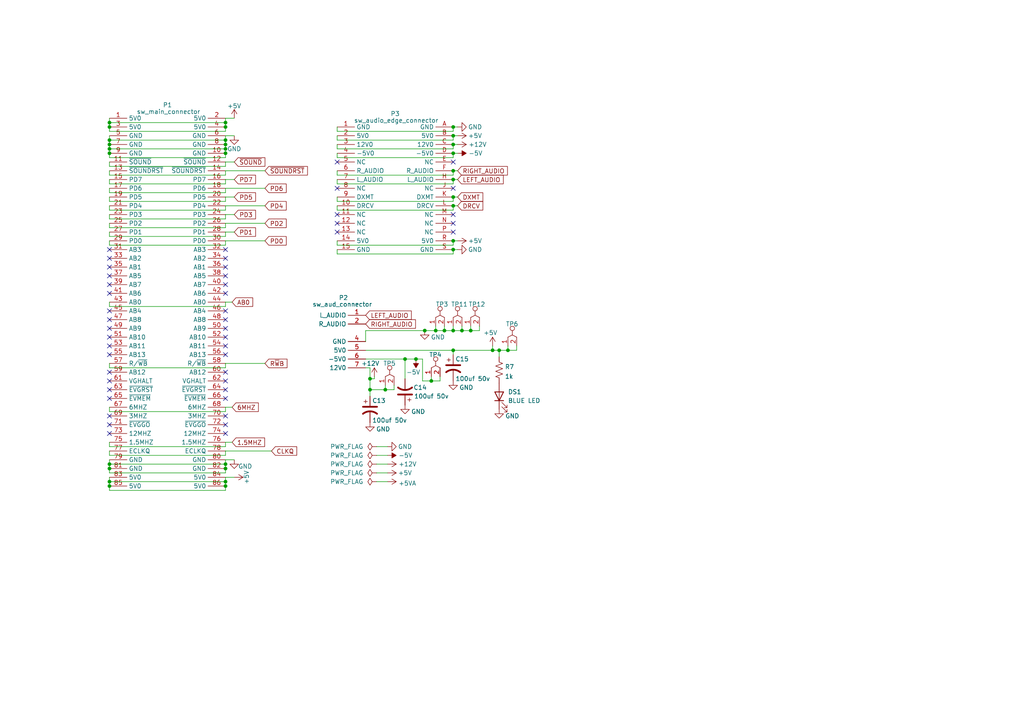
<source format=kicad_sch>
(kicad_sch (version 20211123) (generator eeschema)
  (paper "A4")
  (lib_symbols
    (symbol "Device:C_Polarized_US" (pin_numbers hide) (pin_names (offset 0.254) hide)
      (property "Reference" "C" (at 0.635 2.54 0))
      (property "Value" "C_Polarized_US" (at 0.635 -2.54 0))
      (symbol "C_Polarized_US_0_1"
        (polyline (pts (xy -2.032 0.762) (xy 2.032 0.762)) (stroke (width 0.508)))
        (polyline (pts (xy -1.778 2.286) (xy -0.762 2.286)))
        (polyline (pts (xy -1.27 1.778) (xy -1.27 2.794)))
        (arc (start 2.032 -1.27) (mid 0 -0.5572) (end -2.032 -1.27) (stroke (width 0.508)))
      )
      (symbol "C_Polarized_US_1_1"
        (pin passive line (at 0 3.81 270) (length 2.794) (name "~") (number "1"))
        (pin passive line (at 0 -3.81 90) (length 3.302) (name "~") (number "2"))
      )
    )
    (symbol "Device:LED" (pin_numbers hide) (pin_names (offset 1.016) hide)
      (property "Reference" "D" (at 0 2.54 0))
      (property "Value" "LED" (at 0 -2.54 0))
      (symbol "LED_0_1"
        (polyline (pts (xy -1.27 -1.27) (xy -1.27 1.27)) (stroke (width 0.254)))
        (polyline (pts (xy -1.27 0) (xy 1.27 0)))
        (polyline (pts (xy 1.27 -1.27) (xy 1.27 1.27) (xy -1.27 0) (xy 1.27 -1.27)) (stroke (width 0.254)))
        (polyline (pts (xy -3.048 -0.762) (xy -4.572 -2.286) (xy -3.81 -2.286) (xy -4.572 -2.286) (xy -4.572 -1.524)))
        (polyline (pts (xy -1.778 -0.762) (xy -3.302 -2.286) (xy -2.54 -2.286) (xy -3.302 -2.286) (xy -3.302 -1.524)))
      )
      (symbol "LED_1_1"
        (pin passive line (at -3.81 0 0) (length 2.54) (name "K") (number "1"))
        (pin passive line (at 3.81 0 180) (length 2.54) (name "A") (number "2"))
      )
    )
    (symbol "Device:R_US" (pin_numbers hide) (pin_names (offset 0))
      (property "Reference" "R" (at 2.54 0 90))
      (property "Value" "R_US" (at -2.54 0 90))
      (symbol "R_US_0_1"
        (polyline (pts (xy 0 -2.286) (xy 0 -2.54)))
        (polyline (pts (xy 0 2.286) (xy 0 2.54)))
        (polyline (pts (xy 0 -0.762) (xy 1.016 -1.143) (xy 0 -1.524) (xy -1.016 -1.905) (xy 0 -2.286)))
        (polyline (pts (xy 0 0.762) (xy 1.016 0.381) (xy 0 0) (xy -1.016 -0.381) (xy 0 -0.762)))
        (polyline (pts (xy 0 2.286) (xy 1.016 1.905) (xy 0 1.524) (xy -1.016 1.143) (xy 0 0.762)))
      )
      (symbol "R_US_1_1"
        (pin passive line (at 0 3.81 270) (length 1.27) (name "~") (number "1"))
        (pin passive line (at 0 -3.81 90) (length 1.27) (name "~") (number "2"))
      )
    )
    (symbol "atari:sw_aud_connector"
      (property "Reference" "P" (at 0 14.605 0))
      (property "Value" "sw_aud_connector" (at -1.905 11.43 0))
      (symbol "sw_aud_connector_1_1"
        (pin bidirectional line (at -2.54 7.62 0) (length 5.08) (name "L_AUDIO") (number "1"))
        (pin bidirectional line (at -2.54 5.08 0) (length 5.08) (name "R_AUDIO") (number "2"))
        (pin power_in line (at -2.54 0 0) (length 5.08) (name "GND") (number "4"))
        (pin power_in line (at -2.54 -2.54 0) (length 5.08) (name "5V0") (number "5"))
        (pin power_in line (at -2.54 -5.08 0) (length 5.08) (name "-5V0") (number "6"))
        (pin power_in line (at -2.54 -7.62 0) (length 5.08) (name "12V0") (number "7"))
      )
    )
    (symbol "atari:sw_audio_edge_connector"
      (property "Reference" "P" (at 0 22.86 0))
      (property "Value" "sw_audio_edge_connector" (at -0.635 19.685 0))
      (symbol "sw_audio_edge_connector_1_1"
        (pin power_in line (at -17.145 16.51 0) (length 5.08) (name "GND") (number "1"))
        (pin bidirectional line (at -17.145 -6.35 0) (length 5.08) (name "DRCV") (number "10"))
        (pin bidirectional line (at -17.145 -8.89 0) (length 5.08) (name "NC") (number "11"))
        (pin bidirectional line (at -17.145 -11.43 0) (length 5.08) (name "NC") (number "12"))
        (pin bidirectional line (at -17.145 -13.97 0) (length 5.08) (name "NC") (number "13"))
        (pin power_in line (at -17.145 -16.51 0) (length 5.08) (name "5V0") (number "14"))
        (pin power_in line (at -17.145 -19.05 0) (length 5.08) (name "GND") (number "15"))
        (pin power_in line (at -17.145 13.97 0) (length 5.08) (name "5V0") (number "2"))
        (pin power_in line (at -17.145 11.43 0) (length 5.08) (name "12V0") (number "3"))
        (pin power_in line (at -17.145 8.89 0) (length 5.08) (name "-5V0") (number "4"))
        (pin bidirectional line (at -17.145 6.35 0) (length 5.08) (name "NC") (number "5"))
        (pin bidirectional line (at -17.145 3.81 0) (length 5.08) (name "R_AUDIO") (number "6"))
        (pin bidirectional line (at -17.145 1.27 0) (length 5.08) (name "L_AUDIO") (number "7"))
        (pin bidirectional line (at -17.145 -1.27 0) (length 5.08) (name "NC") (number "8"))
        (pin bidirectional line (at -17.145 -3.81 0) (length 5.08) (name "DXMT") (number "9"))
        (pin power_in line (at 16.51 16.51 180) (length 5.08) (name "GND") (number "A"))
        (pin power_in line (at 16.51 13.97 180) (length 5.08) (name "5V0") (number "B"))
        (pin power_in line (at 16.51 11.43 180) (length 5.08) (name "12V0") (number "C"))
        (pin power_in line (at 16.51 8.89 180) (length 5.08) (name "-5V0") (number "D"))
        (pin bidirectional line (at 16.51 6.35 180) (length 5.08) (name "NC") (number "E"))
        (pin bidirectional line (at 16.51 3.81 180) (length 5.08) (name "R_AUDIO") (number "F"))
        (pin bidirectional line (at 16.51 1.27 180) (length 5.08) (name "L_AUDIO") (number "H"))
        (pin bidirectional line (at 16.51 -1.27 180) (length 5.08) (name "NC") (number "J"))
        (pin bidirectional line (at 16.51 -3.81 180) (length 5.08) (name "DXMT") (number "K"))
        (pin bidirectional line (at 16.51 -6.35 180) (length 5.08) (name "DRCV") (number "L"))
        (pin bidirectional line (at 16.51 -8.89 180) (length 5.08) (name "NC") (number "M"))
        (pin bidirectional line (at 16.51 -11.43 180) (length 5.08) (name "NC") (number "N"))
        (pin bidirectional line (at 16.51 -13.97 180) (length 5.08) (name "NC") (number "P"))
        (pin power_in line (at 16.51 -16.51 180) (length 5.08) (name "5V0") (number "R"))
        (pin power_in line (at 16.51 -19.05 180) (length 5.08) (name "GND") (number "S"))
      )
    )
    (symbol "atari:sw_main_connector"
      (property "Reference" "P" (at 0 56.515 0))
      (property "Value" "sw_main_connector" (at 0 54.61 0))
      (symbol "sw_main_connector_1_1"
        (pin power_in line (at -16.51 52.07 0) (length 5.08) (name "5V0") (number "1"))
        (pin power_in line (at 17.145 41.91 180) (length 5.08) (name "GND") (number "10"))
        (pin bidirectional line (at -16.51 39.37 0) (length 5.08) (name "~{SOUND}") (number "11"))
        (pin bidirectional line (at 17.145 39.37 180) (length 5.08) (name "~{SOUND}") (number "12"))
        (pin bidirectional line (at -16.51 36.83 0) (length 5.08) (name "~{SOUNDRST}") (number "13"))
        (pin bidirectional line (at 17.145 36.83 180) (length 5.08) (name "~{SOUNDRST}") (number "14"))
        (pin bidirectional line (at -16.51 34.29 0) (length 5.08) (name "PD7") (number "15"))
        (pin bidirectional line (at 17.145 34.29 180) (length 5.08) (name "PD7") (number "16"))
        (pin bidirectional line (at -16.51 31.75 0) (length 5.08) (name "PD6") (number "17"))
        (pin bidirectional line (at 17.145 31.75 180) (length 5.08) (name "PD6") (number "18"))
        (pin bidirectional line (at -16.51 29.21 0) (length 5.08) (name "PD5") (number "19"))
        (pin power_in line (at 17.145 52.07 180) (length 5.08) (name "5V0") (number "2"))
        (pin bidirectional line (at 17.145 29.21 180) (length 5.08) (name "PD5") (number "20"))
        (pin bidirectional line (at -16.51 26.67 0) (length 5.08) (name "PD4") (number "21"))
        (pin bidirectional line (at 17.145 26.67 180) (length 5.08) (name "PD4") (number "22"))
        (pin bidirectional line (at -16.51 24.13 0) (length 5.08) (name "PD3") (number "23"))
        (pin bidirectional line (at 17.145 24.13 180) (length 5.08) (name "PD3") (number "24"))
        (pin bidirectional line (at -16.51 21.59 0) (length 5.08) (name "PD2") (number "25"))
        (pin bidirectional line (at 17.145 21.59 180) (length 5.08) (name "PD2") (number "26"))
        (pin bidirectional line (at -16.51 19.05 0) (length 5.08) (name "PD1") (number "27"))
        (pin bidirectional line (at 17.145 19.05 180) (length 5.08) (name "PD1") (number "28"))
        (pin bidirectional line (at -16.51 16.51 0) (length 5.08) (name "PD0") (number "29"))
        (pin power_in line (at -16.51 49.53 0) (length 5.08) (name "5V0") (number "3"))
        (pin bidirectional line (at 17.145 16.51 180) (length 5.08) (name "PD0") (number "30"))
        (pin bidirectional line (at -16.51 13.97 0) (length 5.08) (name "AB3") (number "31"))
        (pin bidirectional line (at 17.145 13.97 180) (length 5.08) (name "AB3") (number "32"))
        (pin bidirectional line (at -16.51 11.43 0) (length 5.08) (name "AB2") (number "33"))
        (pin bidirectional line (at 17.145 11.43 180) (length 5.08) (name "AB2") (number "34"))
        (pin bidirectional line (at -16.51 8.89 0) (length 5.08) (name "AB1") (number "35"))
        (pin bidirectional line (at 17.145 8.89 180) (length 5.08) (name "AB1") (number "36"))
        (pin bidirectional line (at -16.51 6.35 0) (length 5.08) (name "AB5") (number "37"))
        (pin bidirectional line (at 17.145 6.35 180) (length 5.08) (name "AB5") (number "38"))
        (pin bidirectional line (at -16.51 3.81 0) (length 5.08) (name "AB7") (number "39"))
        (pin power_in line (at 17.145 49.53 180) (length 5.08) (name "5V0") (number "4"))
        (pin bidirectional line (at 17.145 3.81 180) (length 5.08) (name "AB7") (number "40"))
        (pin bidirectional line (at -16.51 1.27 0) (length 5.08) (name "AB6") (number "41"))
        (pin bidirectional line (at 17.145 1.27 180) (length 5.08) (name "AB6") (number "42"))
        (pin bidirectional line (at -16.51 -1.27 0) (length 5.08) (name "AB0") (number "43"))
        (pin bidirectional line (at 17.145 -1.27 180) (length 5.08) (name "AB0") (number "44"))
        (pin bidirectional line (at -16.51 -3.81 0) (length 5.08) (name "AB4") (number "45"))
        (pin bidirectional line (at 17.145 -3.81 180) (length 5.08) (name "AB4") (number "46"))
        (pin bidirectional line (at -16.51 -6.35 0) (length 5.08) (name "AB8") (number "47"))
        (pin bidirectional line (at 17.145 -6.35 180) (length 5.08) (name "AB8") (number "48"))
        (pin bidirectional line (at -16.51 -8.89 0) (length 5.08) (name "AB9") (number "49"))
        (pin power_in line (at -16.51 46.99 0) (length 5.08) (name "GND") (number "5"))
        (pin bidirectional line (at 17.145 -8.89 180) (length 5.08) (name "AB9") (number "50"))
        (pin bidirectional line (at -16.51 -11.43 0) (length 5.08) (name "AB10") (number "51"))
        (pin bidirectional line (at 17.145 -11.43 180) (length 5.08) (name "AB10") (number "52"))
        (pin bidirectional line (at -16.51 -13.97 0) (length 5.08) (name "AB11") (number "53"))
        (pin bidirectional line (at 17.145 -13.97 180) (length 5.08) (name "AB11") (number "54"))
        (pin bidirectional line (at -16.51 -16.51 0) (length 5.08) (name "AB13") (number "55"))
        (pin bidirectional line (at 17.145 -16.51 180) (length 5.08) (name "AB13") (number "56"))
        (pin bidirectional line (at -16.51 -19.05 0) (length 5.08) (name "R/~{WB}") (number "57"))
        (pin bidirectional line (at 17.145 -19.05 180) (length 5.08) (name "R/~{WB}") (number "58"))
        (pin bidirectional line (at -16.51 -21.59 0) (length 5.08) (name "AB12") (number "59"))
        (pin power_in line (at 17.145 46.99 180) (length 5.08) (name "GND") (number "6"))
        (pin bidirectional line (at 17.145 -21.59 180) (length 5.08) (name "AB12") (number "60"))
        (pin bidirectional line (at -16.51 -24.13 0) (length 5.08) (name "VGHALT") (number "61"))
        (pin bidirectional line (at 17.145 -24.13 180) (length 5.08) (name "VGHALT") (number "62"))
        (pin bidirectional line (at -16.51 -26.67 0) (length 5.08) (name "~{EVGRST}") (number "63"))
        (pin bidirectional line (at 17.145 -26.67 180) (length 5.08) (name "~{EVGRST}") (number "64"))
        (pin bidirectional line (at -16.51 -29.21 0) (length 5.08) (name "~{EVMEM}") (number "65"))
        (pin bidirectional line (at 17.145 -29.21 180) (length 5.08) (name "~{EVMEM}") (number "66"))
        (pin bidirectional line (at -16.51 -31.75 0) (length 5.08) (name "6MHZ") (number "67"))
        (pin bidirectional line (at 17.145 -31.75 180) (length 5.08) (name "6MHZ") (number "68"))
        (pin bidirectional line (at -16.51 -34.29 0) (length 5.08) (name "3MHZ") (number "69"))
        (pin power_in line (at -16.51 44.45 0) (length 5.08) (name "GND") (number "7"))
        (pin bidirectional line (at 17.145 -34.29 180) (length 5.08) (name "3MHZ") (number "70"))
        (pin bidirectional line (at -16.51 -36.83 0) (length 5.08) (name "~{EVGGO}") (number "71"))
        (pin bidirectional line (at 17.145 -36.83 180) (length 5.08) (name "~{EVGGO}") (number "72"))
        (pin bidirectional line (at -16.51 -39.37 0) (length 5.08) (name "12MHZ") (number "73"))
        (pin bidirectional line (at 17.145 -39.37 180) (length 5.08) (name "12MHZ") (number "74"))
        (pin bidirectional line (at -16.51 -41.91 0) (length 5.08) (name "1.5MHZ") (number "75"))
        (pin bidirectional line (at 17.145 -41.91 180) (length 5.08) (name "1.5MHZ") (number "76"))
        (pin bidirectional line (at -16.51 -44.45 0) (length 5.08) (name "ECLKQ") (number "77"))
        (pin bidirectional line (at 17.145 -44.45 180) (length 5.08) (name "ECLKQ") (number "78"))
        (pin power_in line (at -16.51 -46.99 0) (length 5.08) (name "GND") (number "79"))
        (pin power_in line (at 17.145 44.45 180) (length 5.08) (name "GND") (number "8"))
        (pin power_in line (at 17.145 -46.99 180) (length 5.08) (name "GND") (number "80"))
        (pin power_in line (at -16.51 -49.53 0) (length 5.08) (name "GND") (number "81"))
        (pin power_in line (at 17.145 -49.53 180) (length 5.08) (name "GND") (number "82"))
        (pin power_in line (at -16.51 -52.07 0) (length 5.08) (name "5V0") (number "83"))
        (pin power_in line (at 17.145 -52.07 180) (length 5.08) (name "5V0") (number "84"))
        (pin power_in line (at -16.51 -54.61 0) (length 5.08) (name "5V0") (number "85"))
        (pin power_in line (at 17.145 -54.61 180) (length 5.08) (name "5V0") (number "86"))
        (pin power_in line (at -16.51 41.91 0) (length 5.08) (name "GND") (number "9"))
      )
    )
    (symbol "atari:tp_2_pin"
      (property "Reference" "TP" (at 0 7.62 0))
      (property "Value" "tp_2_pin" (at 0 5.715 0))
      (symbol "tp_2_pin_0_1"
        (polyline (pts (xy 0 1.905) (xy -1.27 1.27)) (stroke (width 0.1524)))
        (polyline (pts (xy 0 3.175) (xy 0 1.905) (xy 1.27 1.27)) (stroke (width 0.1524)))
        (circle (center 0 3.81) (radius 0.635))
      )
      (symbol "tp_2_pin_1_1"
        (pin passive line (at -1.27 -1.27 90) (length 2.54) (name "") (number "1"))
        (pin passive line (at 1.27 -1.27 90) (length 2.54) (name "") (number "2"))
      )
    )
    (symbol "power:+12V" (power) (pin_names (offset 0))
      (property "Value" "+12V" (at 0 3.556 0))
      (symbol "+12V_0_1"
        (polyline (pts (xy -0.762 1.27) (xy 0 2.54)))
        (polyline (pts (xy 0 0) (xy 0 2.54)))
        (polyline (pts (xy 0 2.54) (xy 0.762 1.27)))
      )
      (symbol "+12V_1_1"
        (pin power_in line (at 0 0 90) (length 0) hide (name "+12V") (number "1"))
      )
    )
    (symbol "power:+5V" (power) (pin_names (offset 0))
      (property "Value" "+5V" (at 0 3.556 0))
      (symbol "+5V_0_1"
        (polyline (pts (xy -0.762 1.27) (xy 0 2.54)))
        (polyline (pts (xy 0 0) (xy 0 2.54)))
        (polyline (pts (xy 0 2.54) (xy 0.762 1.27)))
      )
      (symbol "+5V_1_1"
        (pin power_in line (at 0 0 90) (length 0) hide (name "+5V") (number "1"))
      )
    )
    (symbol "power:+5VA" (power) (pin_names (offset 0))
      (property "Value" "+5VA" (at 0 3.556 0))
      (symbol "+5VA_0_1"
        (polyline (pts (xy -0.762 1.27) (xy 0 2.54)))
        (polyline (pts (xy 0 0) (xy 0 2.54)))
        (polyline (pts (xy 0 2.54) (xy 0.762 1.27)))
      )
      (symbol "+5VA_1_1"
        (pin power_in line (at 0 0 90) (length 0) hide (name "+5VA") (number "1"))
      )
    )
    (symbol "power:-5V" (power) (pin_names (offset 0))
      (property "Value" "-5V" (at 0 3.81 0))
      (symbol "-5V_0_0"
        (pin power_in line (at 0 0 90) (length 0) hide (name "-5V") (number "1"))
      )
      (symbol "-5V_0_1"
        (polyline (pts (xy 0 0) (xy 0 1.27) (xy 0.762 1.27) (xy 0 2.54) (xy -0.762 1.27) (xy 0 1.27)) (fill (type outline)))
      )
    )
    (symbol "power:GND" (power) (pin_names (offset 0))
      (property "Value" "GND" (at 0 -3.81 0))
      (symbol "GND_0_1"
        (polyline (pts (xy 0 0) (xy 0 -1.27) (xy 1.27 -1.27) (xy 0 -2.54) (xy -1.27 -1.27) (xy 0 -1.27)))
      )
      (symbol "GND_1_1"
        (pin power_in line (at 0 0 270) (length 0) hide (name "GND") (number "1"))
      )
    )
    (symbol "power:PWR_FLAG" (power) (pin_numbers hide) (pin_names (offset 0) hide)
      (property "Value" "PWR_FLAG" (at 0 3.81 0))
      (symbol "PWR_FLAG_0_0"
        (pin power_out line (at 0 0 90) (length 0) (name "pwr") (number "1"))
      )
      (symbol "PWR_FLAG_0_1"
        (polyline (pts (xy 0 0) (xy 0 1.27) (xy -1.016 1.905) (xy 0 2.54) (xy 1.016 1.905) (xy 0 1.27)))
      )
    )
  )
  (junction (at 131.445 39.37))
  (junction (at 31.75 41.91))
  (junction (at 120.65 104.14))
  (junction (at 131.445 72.39))
  (junction (at 65.405 41.91))
  (junction (at 123.19 95.885))
  (junction (at 65.405 43.18))
  (junction (at 128.905 95.885))
  (junction (at 131.445 101.6))
  (junction (at 136.525 95.885))
  (junction (at 133.985 95.885))
  (junction (at 31.75 43.18))
  (junction (at 31.75 135.89))
  (junction (at 65.405 35.56))
  (junction (at 31.75 40.64))
  (junction (at 131.445 59.69))
  (junction (at 65.405 36.83))
  (junction (at 65.405 44.45))
  (junction (at 125.095 110.49))
  (junction (at 107.315 109.855))
  (junction (at 111.76 113.03))
  (junction (at 65.405 140.97))
  (junction (at 65.405 139.7))
  (junction (at 126.365 95.885))
  (junction (at 117.475 104.14))
  (junction (at 31.75 44.45))
  (junction (at 31.75 140.97))
  (junction (at 131.445 69.85))
  (junction (at 131.445 52.07))
  (junction (at 107.315 113.03))
  (junction (at 131.445 36.83))
  (junction (at 144.78 101.6))
  (junction (at 131.445 44.45))
  (junction (at 65.405 135.89))
  (junction (at 65.405 40.64))
  (junction (at 31.75 35.56))
  (junction (at 131.445 49.53))
  (junction (at 31.75 36.83))
  (junction (at 131.445 41.91))
  (junction (at 142.875 101.6))
  (junction (at 131.445 57.15))
  (junction (at 147.32 101.6))
  (junction (at 31.75 134.62))
  (junction (at 65.405 134.62))
  (junction (at 31.75 139.7))
  (junction (at 131.445 95.885))
  (no_connect (at 97.79 46.99))
  (no_connect (at 131.445 46.99))
  (no_connect (at 31.75 92.71))
  (no_connect (at 31.75 95.25))
  (no_connect (at 31.75 97.79))
  (no_connect (at 31.75 102.87))
  (no_connect (at 31.75 100.33))
  (no_connect (at 31.75 90.17))
  (no_connect (at 31.75 115.57))
  (no_connect (at 31.75 113.03))
  (no_connect (at 31.75 110.49))
  (no_connect (at 31.75 107.95))
  (no_connect (at 31.75 125.73))
  (no_connect (at 31.75 123.19))
  (no_connect (at 31.75 120.65))
  (no_connect (at 65.405 72.39))
  (no_connect (at 65.405 74.93))
  (no_connect (at 65.405 77.47))
  (no_connect (at 65.405 80.01))
  (no_connect (at 31.75 85.09))
  (no_connect (at 31.75 82.55))
  (no_connect (at 31.75 80.01))
  (no_connect (at 31.75 77.47))
  (no_connect (at 31.75 74.93))
  (no_connect (at 31.75 72.39))
  (no_connect (at 65.405 120.65))
  (no_connect (at 65.405 123.19))
  (no_connect (at 65.405 125.73))
  (no_connect (at 65.405 97.79))
  (no_connect (at 65.405 100.33))
  (no_connect (at 65.405 102.87))
  (no_connect (at 65.405 82.55))
  (no_connect (at 65.405 85.09))
  (no_connect (at 65.405 90.17))
  (no_connect (at 65.405 92.71))
  (no_connect (at 65.405 95.25))
  (no_connect (at 65.405 107.95))
  (no_connect (at 65.405 110.49))
  (no_connect (at 65.405 113.03))
  (no_connect (at 65.405 115.57))
  (no_connect (at 131.445 62.23))
  (no_connect (at 131.445 67.31))
  (no_connect (at 97.79 54.61))
  (no_connect (at 97.79 67.31))
  (no_connect (at 97.79 62.23))
  (no_connect (at 97.79 64.77))
  (no_connect (at 131.445 64.77))
  (no_connect (at 131.445 54.61))
  (wire (pts (xy 131.445 53.34) (xy 131.445 52.07)))
  (wire (pts (xy 97.79 73.66) (xy 131.445 73.66)))
  (wire (pts (xy 31.75 35.56) (xy 65.405 35.56)))
  (wire (pts (xy 67.945 46.99) (xy 65.405 46.99)))
  (wire (pts (xy 31.75 139.7) (xy 31.75 140.97)))
  (wire (pts (xy 31.75 138.43) (xy 31.75 139.7)))
  (wire (pts (xy 136.525 95.885) (xy 136.525 94.615)))
  (wire (pts (xy 31.75 59.69) (xy 31.75 60.96)))
  (wire (pts (xy 106.045 106.68) (xy 107.315 106.68)))
  (wire (pts (xy 31.75 54.61) (xy 31.75 55.88)))
  (wire (pts (xy 131.445 69.85) (xy 132.715 69.85)))
  (wire (pts (xy 97.79 45.72) (xy 131.445 45.72)))
  (wire (pts (xy 65.405 139.7) (xy 65.405 140.97)))
  (wire (pts (xy 31.75 55.88) (xy 65.405 55.88)))
  (wire (pts (xy 149.86 100.33) (xy 149.86 101.6)))
  (wire (pts (xy 31.75 62.23) (xy 31.75 63.5)))
  (wire (pts (xy 31.75 88.9) (xy 65.405 88.9)))
  (wire (pts (xy 31.75 35.56) (xy 31.75 36.83)))
  (wire (pts (xy 65.405 138.43) (xy 65.405 139.7)))
  (wire (pts (xy 133.985 94.615) (xy 133.985 95.885)))
  (wire (pts (xy 65.405 44.45) (xy 65.405 45.72)))
  (wire (pts (xy 120.65 104.14) (xy 122.555 104.14)))
  (wire (pts (xy 114.3 111.76) (xy 114.3 113.03)))
  (wire (pts (xy 97.79 53.34) (xy 131.445 53.34)))
  (wire (pts (xy 107.315 109.855) (xy 107.315 113.03)))
  (wire (pts (xy 65.405 49.53) (xy 76.835 49.53)))
  (wire (pts (xy 31.75 58.42) (xy 65.405 58.42)))
  (wire (pts (xy 144.78 101.6) (xy 144.78 103.505)))
  (wire (pts (xy 65.405 128.27) (xy 67.31 128.27)))
  (wire (pts (xy 117.475 104.14) (xy 120.65 104.14)))
  (wire (pts (xy 131.445 95.885) (xy 133.985 95.885)))
  (wire (pts (xy 144.78 101.6) (xy 147.32 101.6)))
  (wire (pts (xy 131.445 36.83) (xy 131.445 38.1)))
  (wire (pts (xy 31.75 135.89) (xy 31.75 137.16)))
  (wire (pts (xy 65.405 132.08) (xy 31.75 132.08)))
  (wire (pts (xy 131.445 59.69) (xy 132.715 59.69)))
  (wire (pts (xy 127.635 110.49) (xy 125.095 110.49)))
  (wire (pts (xy 131.445 58.42) (xy 131.445 57.15)))
  (wire (pts (xy 65.405 71.12) (xy 65.405 69.85)))
  (wire (pts (xy 65.405 62.23) (xy 67.945 62.23)))
  (wire (pts (xy 108.585 109.22) (xy 108.585 109.855)))
  (wire (pts (xy 65.405 68.58) (xy 65.405 67.31)))
  (wire (pts (xy 31.75 67.31) (xy 31.75 68.58)))
  (wire (pts (xy 31.75 69.85) (xy 31.75 71.12)))
  (wire (pts (xy 65.405 69.85) (xy 76.835 69.85)))
  (wire (pts (xy 109.22 129.54) (xy 112.395 129.54)))
  (wire (pts (xy 106.045 95.885) (xy 123.19 95.885)))
  (wire (pts (xy 65.405 34.29) (xy 65.405 35.56)))
  (wire (pts (xy 97.79 38.1) (xy 97.79 36.83)))
  (wire (pts (xy 97.79 71.12) (xy 97.79 69.85)))
  (wire (pts (xy 65.405 39.37) (xy 65.405 40.64)))
  (wire (pts (xy 31.75 87.63) (xy 31.75 88.9)))
  (wire (pts (xy 65.405 55.88) (xy 65.405 54.61)))
  (wire (pts (xy 65.405 134.62) (xy 65.405 135.89)))
  (wire (pts (xy 67.945 138.43) (xy 65.405 138.43)))
  (wire (pts (xy 65.405 142.24) (xy 31.75 142.24)))
  (wire (pts (xy 31.75 63.5) (xy 65.405 63.5)))
  (wire (pts (xy 65.405 36.83) (xy 65.405 38.1)))
  (wire (pts (xy 65.405 48.26) (xy 31.75 48.26)))
  (wire (pts (xy 65.405 106.68) (xy 65.405 105.41)))
  (wire (pts (xy 147.32 100.33) (xy 147.32 101.6)))
  (wire (pts (xy 97.79 59.69) (xy 97.79 60.96)))
  (wire (pts (xy 97.79 72.39) (xy 97.79 73.66)))
  (wire (pts (xy 131.445 39.37) (xy 132.715 39.37)))
  (wire (pts (xy 131.445 49.53) (xy 132.715 49.53)))
  (wire (pts (xy 31.75 119.38) (xy 65.405 119.38)))
  (wire (pts (xy 65.405 133.35) (xy 65.405 134.62)))
  (wire (pts (xy 97.79 43.18) (xy 131.445 43.18)))
  (wire (pts (xy 65.405 40.64) (xy 65.405 41.91)))
  (wire (pts (xy 31.75 43.18) (xy 31.75 44.45)))
  (wire (pts (xy 31.75 139.7) (xy 65.405 139.7)))
  (wire (pts (xy 108.585 109.855) (xy 107.315 109.855)))
  (wire (pts (xy 31.75 128.27) (xy 31.75 129.54)))
  (wire (pts (xy 31.75 106.68) (xy 65.405 106.68)))
  (wire (pts (xy 31.75 40.64) (xy 65.405 40.64)))
  (wire (pts (xy 97.79 44.45) (xy 97.79 45.72)))
  (wire (pts (xy 107.315 113.03) (xy 111.76 113.03)))
  (wire (pts (xy 65.405 60.96) (xy 65.405 59.69)))
  (wire (pts (xy 65.405 52.07) (xy 67.945 52.07)))
  (wire (pts (xy 142.875 100.33) (xy 142.875 101.6)))
  (wire (pts (xy 65.405 130.81) (xy 65.405 132.08)))
  (wire (pts (xy 97.79 41.91) (xy 97.79 43.18)))
  (wire (pts (xy 107.315 106.68) (xy 107.315 109.855)))
  (wire (pts (xy 31.75 39.37) (xy 31.75 40.64)))
  (wire (pts (xy 122.555 110.49) (xy 125.095 110.49)))
  (wire (pts (xy 65.405 53.34) (xy 65.405 52.07)))
  (wire (pts (xy 65.405 87.63) (xy 67.31 87.63)))
  (wire (pts (xy 131.445 45.72) (xy 131.445 44.45)))
  (wire (pts (xy 131.445 50.8) (xy 131.445 49.53)))
  (wire (pts (xy 97.79 40.64) (xy 131.445 40.64)))
  (wire (pts (xy 65.405 88.9) (xy 65.405 87.63)))
  (wire (pts (xy 97.79 52.07) (xy 97.79 53.34)))
  (wire (pts (xy 97.79 39.37) (xy 97.79 40.64)))
  (wire (pts (xy 131.445 43.18) (xy 131.445 41.91)))
  (wire (pts (xy 117.475 104.14) (xy 117.475 109.855)))
  (wire (pts (xy 128.905 95.885) (xy 131.445 95.885)))
  (wire (pts (xy 131.445 38.1) (xy 97.79 38.1)))
  (wire (pts (xy 97.79 60.96) (xy 131.445 60.96)))
  (wire (pts (xy 142.875 101.6) (xy 144.78 101.6)))
  (wire (pts (xy 65.405 50.8) (xy 31.75 50.8)))
  (wire (pts (xy 31.75 60.96) (xy 65.405 60.96)))
  (wire (pts (xy 31.75 66.04) (xy 65.405 66.04)))
  (wire (pts (xy 31.75 132.08) (xy 31.75 130.81)))
  (wire (pts (xy 139.065 94.615) (xy 139.065 95.885)))
  (wire (pts (xy 65.405 137.16) (xy 31.75 137.16)))
  (wire (pts (xy 147.32 101.6) (xy 149.86 101.6)))
  (wire (pts (xy 31.75 140.97) (xy 31.75 142.24)))
  (wire (pts (xy 97.79 49.53) (xy 97.79 50.8)))
  (wire (pts (xy 131.445 52.07) (xy 132.715 52.07)))
  (wire (pts (xy 67.945 34.29) (xy 65.405 34.29)))
  (wire (pts (xy 65.405 58.42) (xy 65.405 57.15)))
  (wire (pts (xy 131.445 94.615) (xy 131.445 95.885)))
  (wire (pts (xy 31.75 52.07) (xy 31.75 53.34)))
  (wire (pts (xy 31.75 36.83) (xy 31.75 38.1)))
  (wire (pts (xy 133.985 95.885) (xy 136.525 95.885)))
  (wire (pts (xy 65.405 49.53) (xy 65.405 50.8)))
  (wire (pts (xy 31.75 53.34) (xy 65.405 53.34)))
  (wire (pts (xy 131.445 60.96) (xy 131.445 59.69)))
  (wire (pts (xy 65.405 129.54) (xy 65.405 128.27)))
  (wire (pts (xy 65.405 38.1) (xy 31.75 38.1)))
  (wire (pts (xy 139.065 95.885) (xy 136.525 95.885)))
  (wire (pts (xy 67.945 133.35) (xy 65.405 133.35)))
  (wire (pts (xy 31.75 133.35) (xy 31.75 134.62)))
  (wire (pts (xy 31.75 48.26) (xy 31.75 46.99)))
  (wire (pts (xy 65.405 57.15) (xy 67.945 57.15)))
  (wire (pts (xy 65.405 66.04) (xy 65.405 64.77)))
  (wire (pts (xy 131.445 40.64) (xy 131.445 39.37)))
  (wire (pts (xy 123.19 95.885) (xy 126.365 95.885)))
  (wire (pts (xy 67.945 39.37) (xy 65.405 39.37)))
  (wire (pts (xy 31.75 41.91) (xy 31.75 43.18)))
  (wire (pts (xy 131.445 73.66) (xy 131.445 72.39)))
  (wire (pts (xy 106.045 104.14) (xy 117.475 104.14)))
  (wire (pts (xy 65.405 54.61) (xy 76.835 54.61)))
  (wire (pts (xy 131.445 57.15) (xy 132.715 57.15)))
  (wire (pts (xy 31.75 71.12) (xy 65.405 71.12)))
  (wire (pts (xy 65.405 67.31) (xy 67.945 67.31)))
  (wire (pts (xy 65.405 43.18) (xy 65.405 44.45)))
  (wire (pts (xy 127.635 109.22) (xy 127.635 110.49)))
  (wire (pts (xy 131.445 44.45) (xy 132.715 44.45)))
  (wire (pts (xy 97.79 57.15) (xy 97.79 58.42)))
  (wire (pts (xy 31.75 44.45) (xy 31.75 45.72)))
  (wire (pts (xy 65.405 135.89) (xy 65.405 137.16)))
  (wire (pts (xy 125.095 110.49) (xy 125.095 109.22)))
  (wire (pts (xy 65.405 118.11) (xy 67.31 118.11)))
  (wire (pts (xy 65.405 35.56) (xy 65.405 36.83)))
  (wire (pts (xy 126.365 95.885) (xy 128.905 95.885)))
  (wire (pts (xy 65.405 46.99) (xy 65.405 48.26)))
  (wire (pts (xy 109.22 137.16) (xy 112.395 137.16)))
  (wire (pts (xy 65.405 64.77) (xy 76.835 64.77)))
  (wire (pts (xy 31.75 105.41) (xy 31.75 106.68)))
  (wire (pts (xy 109.22 139.7) (xy 112.395 139.7)))
  (wire (pts (xy 31.75 134.62) (xy 31.75 135.89)))
  (wire (pts (xy 109.22 132.08) (xy 112.395 132.08)))
  (wire (pts (xy 65.405 105.41) (xy 76.835 105.41)))
  (wire (pts (xy 65.405 119.38) (xy 65.405 118.11)))
  (wire (pts (xy 65.405 59.69) (xy 76.835 59.69)))
  (wire (pts (xy 128.905 94.615) (xy 128.905 95.885)))
  (wire (pts (xy 97.79 58.42) (xy 131.445 58.42)))
  (wire (pts (xy 109.22 134.62) (xy 112.395 134.62)))
  (wire (pts (xy 106.045 99.06) (xy 106.045 95.885)))
  (wire (pts (xy 65.405 41.91) (xy 65.405 43.18)))
  (wire (pts (xy 131.445 71.12) (xy 97.79 71.12)))
  (wire (pts (xy 65.405 45.72) (xy 31.75 45.72)))
  (wire (pts (xy 31.75 129.54) (xy 65.405 129.54)))
  (wire (pts (xy 31.75 68.58) (xy 65.405 68.58)))
  (wire (pts (xy 65.405 43.18) (xy 31.75 43.18)))
  (wire (pts (xy 131.445 36.83) (xy 132.715 36.83)))
  (wire (pts (xy 31.75 40.64) (xy 31.75 41.91)))
  (wire (pts (xy 131.445 101.6) (xy 131.445 102.87)))
  (wire (pts (xy 65.405 63.5) (xy 65.405 62.23)))
  (wire (pts (xy 131.445 41.91) (xy 132.715 41.91)))
  (wire (pts (xy 131.445 101.6) (xy 142.875 101.6)))
  (wire (pts (xy 31.75 57.15) (xy 31.75 58.42)))
  (wire (pts (xy 131.445 69.85) (xy 131.445 71.12)))
  (wire (pts (xy 31.75 64.77) (xy 31.75 66.04)))
  (wire (pts (xy 65.405 140.97) (xy 65.405 142.24)))
  (wire (pts (xy 31.75 50.8) (xy 31.75 49.53)))
  (wire (pts (xy 111.76 113.03) (xy 111.76 111.76)))
  (wire (pts (xy 107.315 113.03) (xy 107.315 114.935)))
  (wire (pts (xy 106.045 101.6) (xy 131.445 101.6)))
  (wire (pts (xy 126.365 94.615) (xy 126.365 95.885)))
  (wire (pts (xy 31.75 134.62) (xy 65.405 134.62)))
  (wire (pts (xy 78.74 130.81) (xy 65.405 130.81)))
  (wire (pts (xy 97.79 50.8) (xy 131.445 50.8)))
  (wire (pts (xy 31.75 118.11) (xy 31.75 119.38)))
  (wire (pts (xy 114.3 113.03) (xy 111.76 113.03)))
  (wire (pts (xy 122.555 104.14) (xy 122.555 110.49)))
  (wire (pts (xy 131.445 72.39) (xy 132.715 72.39)))
  (wire (pts (xy 31.75 34.29) (xy 31.75 35.56)))
  (global_label "PD4" (shape input) (at 76.835 59.69 0) (property "Intersheet References" "${INTERSHEET_REFS}" (effects hide)))
  (global_label "AB0" (shape input) (at 67.31 87.63 0) (property "Intersheet References" "${INTERSHEET_REFS}" (effects hide)))
  (global_label "PD3" (shape input) (at 67.945 62.23 0) (property "Intersheet References" "${INTERSHEET_REFS}" (effects hide)))
  (global_label "6MHZ" (shape input) (at 67.31 118.11 0) (property "Intersheet References" "${INTERSHEET_REFS}" (effects hide)))
  (global_label "1.5MHZ" (shape input) (at 67.31 128.27 0) (property "Intersheet References" "${INTERSHEET_REFS}" (effects hide)))
  (global_label "R~{W}B" (shape input) (at 76.835 105.41 0) (property "Intersheet References" "${INTERSHEET_REFS}" (effects hide)))
  (global_label "LEFT_AUDIO" (shape input) (at 106.045 91.44 0) (property "Intersheet References" "${INTERSHEET_REFS}" (effects hide)))
  (global_label "LEFT_AUDIO" (shape input) (at 132.715 52.07 0) (property "Intersheet References" "${INTERSHEET_REFS}" (effects hide)))
  (global_label "DRCV" (shape input) (at 132.715 59.69 0) (property "Intersheet References" "${INTERSHEET_REFS}" (effects hide)))
  (global_label "RIGHT_AUDIO" (shape input) (at 106.045 93.98 0) (property "Intersheet References" "${INTERSHEET_REFS}" (effects hide)))
  (global_label "PD2" (shape input) (at 76.835 64.77 0) (property "Intersheet References" "${INTERSHEET_REFS}" (effects hide)))
  (global_label "~{SOUND}" (shape input) (at 67.945 46.99 0) (property "Intersheet References" "${INTERSHEET_REFS}" (effects hide)))
  (global_label "DXMT" (shape input) (at 132.715 57.15 0) (property "Intersheet References" "${INTERSHEET_REFS}" (effects hide)))
  (global_label "PD6" (shape input) (at 76.835 54.61 0) (property "Intersheet References" "${INTERSHEET_REFS}" (effects hide)))
  (global_label "PD0" (shape input) (at 76.835 69.85 0) (property "Intersheet References" "${INTERSHEET_REFS}" (effects hide)))
  (global_label "PD7" (shape input) (at 67.945 52.07 0) (property "Intersheet References" "${INTERSHEET_REFS}" (effects hide)))
  (global_label "PD5" (shape input) (at 67.945 57.15 0) (property "Intersheet References" "${INTERSHEET_REFS}" (effects hide)))
  (global_label "RIGHT_AUDIO" (shape input) (at 132.715 49.53 0) (property "Intersheet References" "${INTERSHEET_REFS}" (effects hide)))
  (global_label "~{SOUNDRST}" (shape input) (at 76.835 49.53 0) (property "Intersheet References" "${INTERSHEET_REFS}" (effects hide)))
  (global_label "CLKQ" (shape input) (at 78.74 130.81 0) (property "Intersheet References" "${INTERSHEET_REFS}" (effects hide)))
  (global_label "PD1" (shape input) (at 67.945 67.31 0) (property "Intersheet References" "${INTERSHEET_REFS}" (effects hide)))
  (symbol (lib_id "atari:tp_2_pin") (at 137.795 93.345 0) (unit 1)
    (property "Reference" "TP12" (at 135.89 88.265 0) (effects (justify left)))
    (property "Value" "tp_2_pin" (effects hide))
  )
  (symbol (lib_id "power:GND") (at 144.78 118.745 0) (unit 1)
    (property "Reference" "#PWR0121" (effects hide))
    (property "Value" "GND" (at 148.59 120.65 0))
  )
  (symbol (lib_id "power:+12V") (at 108.585 109.22 0) (unit 1)
    (property "Reference" "#PWR0111" (effects hide))
    (property "Value" "+12V" (at 104.775 105.41 0) (effects (justify left)))
  )
  (symbol (lib_id "power:+5V") (at 112.395 137.16 270) (unit 1)
    (property "Reference" "#PWR0117" (effects hide))
    (property "Value" "+5V" (at 117.475 137.16 90))
  )
  (symbol (lib_id "power:GND") (at 131.445 110.49 0) (unit 1)
    (property "Reference" "#PWR0122" (effects hide))
    (property "Value" "GND" (at 135.255 112.395 0))
  )
  (symbol (lib_id "power:GND") (at 67.945 39.37 0) (unit 1)
    (property "Reference" "#PWR0103" (effects hide))
    (property "Value" "GND" (at 67.945 43.18 0))
  )
  (symbol (lib_id "Device:C_Polarized_US") (at 107.315 118.745 0) (unit 1)
    (property "Reference" "C13" (at 107.95 116.205 0) (effects (justify left)))
    (property "Value" "100uf 50v" (at 107.95 121.92 0) (effects (justify left)))
  )
  (symbol (lib_id "Device:R_US") (at 144.78 107.315 0) (unit 1)
    (property "Reference" "R7" (at 146.431 106.4065 0) (effects (justify left)))
    (property "Value" "1k" (at 146.431 109.1816 0) (effects (justify left)))
  )
  (symbol (lib_id "power:GND") (at 132.715 36.83 90) (unit 1)
    (property "Reference" "#PWR0110" (effects hide))
    (property "Value" "GND" (at 137.795 36.83 90))
  )
  (symbol (lib_id "power:-5V") (at 112.395 132.08 270) (unit 1)
    (property "Reference" "#PWR0116" (effects hide))
    (property "Value" "-5V" (at 115.57 132.08 90) (effects (justify left)))
  )
  (symbol (lib_id "power:+5V") (at 132.715 39.37 270) (unit 1)
    (property "Reference" "#PWR0109" (effects hide))
    (property "Value" "+5V" (at 137.795 39.37 90))
  )
  (symbol (lib_id "atari:sw_aud_connector") (at 103.505 99.06 0) (mirror y) (unit 1)
    (property "Reference" "P2" (at 100.965 86.36 0) (effects (justify left)))
    (property "Value" "sw_aud_connector" (at 107.95 88.265 0) (effects (justify left)))
  )
  (symbol (lib_id "power:GND") (at 132.715 72.39 90) (unit 1)
    (property "Reference" "#PWR0106" (effects hide))
    (property "Value" "GND" (at 137.795 72.39 90))
  )
  (symbol (lib_id "atari:sw_audio_edge_connector") (at 114.935 53.34 0) (unit 1)
    (property "Reference" "P3" (at 114.6175 32.9905 0))
    (property "Value" "sw_audio_edge_connector" (at 114.935 34.925 0))
  )
  (symbol (lib_id "power:GND") (at 112.395 129.54 90) (unit 1)
    (property "Reference" "#PWR0118" (effects hide))
    (property "Value" "GND" (at 117.475 129.54 90))
  )
  (symbol (lib_id "Device:LED") (at 144.78 114.935 90) (unit 1)
    (property "Reference" "DS1" (at 147.32 113.665 90) (effects (justify right)))
    (property "Value" "BLUE LED" (at 147.32 116.205 90) (effects (justify right)))
  )
  (symbol (lib_id "power:GND") (at 67.945 133.35 0) (unit 1)
    (property "Reference" "#PWR0102" (effects hide))
    (property "Value" "GND" (at 71.12 135.255 0))
  )
  (symbol (lib_id "atari:tp_2_pin") (at 126.365 107.95 0) (unit 1)
    (property "Reference" "TP4" (at 124.46 102.87 0) (effects (justify left)))
    (property "Value" "tp_2_pin" (effects hide))
  )
  (symbol (lib_id "atari:tp_2_pin") (at 132.715 93.345 0) (unit 1)
    (property "Reference" "TP11" (at 130.81 88.265 0) (effects (justify left)))
    (property "Value" "tp_2_pin" (effects hide))
  )
  (symbol (lib_id "power:+5V") (at 132.715 69.85 270) (unit 1)
    (property "Reference" "#PWR0105" (effects hide))
    (property "Value" "+5V" (at 137.795 69.85 90))
  )
  (symbol (lib_id "power:+5VA") (at 112.395 139.7 270) (unit 1)
    (property "Reference" "#PWR0203" (effects hide))
    (property "Value" "+5VA" (at 115.57 140.179 90) (effects (justify left)))
  )
  (symbol (lib_id "power:PWR_FLAG") (at 109.22 132.08 90) (unit 1)
    (property "Reference" "#FLG0101" (effects hide))
    (property "Value" "PWR_FLAG" (at 105.41 132.08 90) (effects (justify left)))
  )
  (symbol (lib_id "power:+5V") (at 67.945 138.43 270) (unit 1)
    (property "Reference" "#PWR0101" (effects hide))
    (property "Value" "+5V" (at 71.501 138.43 0))
  )
  (symbol (lib_id "Device:C_Polarized_US") (at 117.475 113.665 180) (unit 1)
    (property "Reference" "C14" (at 123.825 112.395 0) (effects (justify left)))
    (property "Value" "100uf 50v" (at 130.175 114.935 0) (effects (justify left)))
  )
  (symbol (lib_id "atari:tp_2_pin") (at 148.59 99.06 0) (unit 1)
    (property "Reference" "TP6" (at 146.685 93.98 0) (effects (justify left)))
    (property "Value" "tp_2_pin" (effects hide))
  )
  (symbol (lib_id "power:+5V") (at 142.875 100.33 0) (unit 1)
    (property "Reference" "#PWR0120" (effects hide))
    (property "Value" "+5V" (at 142.24 96.52 0))
  )
  (symbol (lib_id "power:GND") (at 107.315 122.555 0) (unit 1)
    (property "Reference" "#PWR0113" (effects hide))
    (property "Value" "GND" (at 111.125 124.46 0))
  )
  (symbol (lib_id "power:GND") (at 123.19 95.885 0) (unit 1)
    (property "Reference" "#PWR0115" (effects hide))
    (property "Value" "GND" (at 127 97.79 0))
  )
  (symbol (lib_id "power:-5V") (at 132.715 44.45 270) (unit 1)
    (property "Reference" "#PWR0107" (effects hide))
    (property "Value" "-5V" (at 135.89 44.45 90) (effects (justify left)))
  )
  (symbol (lib_id "power:PWR_FLAG") (at 109.22 137.16 90) (unit 1)
    (property "Reference" "#FLG0103" (effects hide))
    (property "Value" "PWR_FLAG" (at 105.41 137.16 90) (effects (justify left)))
  )
  (symbol (lib_id "atari:sw_main_connector") (at 48.26 86.36 0) (unit 1)
    (property "Reference" "P1" (at 48.5775 30.4505 0))
    (property "Value" "sw_main_connector" (at 48.895 32.385 0))
  )
  (symbol (lib_id "power:+12V") (at 132.715 41.91 270) (unit 1)
    (property "Reference" "#PWR0108" (effects hide))
    (property "Value" "+12V" (at 135.89 41.91 90) (effects (justify left)))
  )
  (symbol (lib_id "atari:tp_2_pin") (at 127.635 93.345 0) (unit 1)
    (property "Reference" "TP3" (at 126.365 88.265 0) (effects (justify left)))
    (property "Value" "tp_2_pin" (effects hide))
  )
  (symbol (lib_id "power:PWR_FLAG") (at 109.22 129.54 90) (unit 1)
    (property "Reference" "#FLG0102" (effects hide))
    (property "Value" "PWR_FLAG" (at 105.41 129.54 90) (effects (justify left)))
  )
  (symbol (lib_id "power:GND") (at 117.475 117.475 0) (unit 1)
    (property "Reference" "#PWR0112" (effects hide))
    (property "Value" "GND" (at 121.285 119.38 0))
  )
  (symbol (lib_id "power:PWR_FLAG") (at 109.22 134.62 90) (unit 1)
    (property "Reference" "#FLG0104" (effects hide))
    (property "Value" "PWR_FLAG" (at 105.41 134.62 90) (effects (justify left)))
  )
  (symbol (lib_id "power:-5V") (at 120.65 104.14 180) (unit 1)
    (property "Reference" "#PWR0114" (effects hide))
    (property "Value" "-5V" (at 121.92 107.95 0) (effects (justify left)))
  )
  (symbol (lib_id "power:+12V") (at 112.395 134.62 270) (unit 1)
    (property "Reference" "#PWR0119" (effects hide))
    (property "Value" "+12V" (at 115.57 134.62 90) (effects (justify left)))
  )
  (symbol (lib_id "power:PWR_FLAG") (at 109.22 139.7 90) (unit 1)
    (property "Reference" "#FLG0105" (effects hide))
    (property "Value" "PWR_FLAG" (at 105.41 139.7 90) (effects (justify left)))
  )
  (symbol (lib_id "atari:tp_2_pin") (at 113.03 110.49 0) (unit 1)
    (property "Reference" "TP5" (at 111.125 105.41 0) (effects (justify left)))
    (property "Value" "tp_2_pin" (effects hide))
  )
  (symbol (lib_id "power:+5V") (at 67.945 34.29 0) (unit 1)
    (property "Reference" "#PWR0104" (effects hide))
    (property "Value" "+5V" (at 67.945 30.734 0))
  )
  (symbol (lib_id "Device:C_Polarized_US") (at 131.445 106.68 0) (unit 1)
    (property "Reference" "C15" (at 132.08 104.14 0) (effects (justify left)))
    (property "Value" "100uf 50v" (at 132.08 109.855 0) (effects (justify left)))
  )
)
</source>
